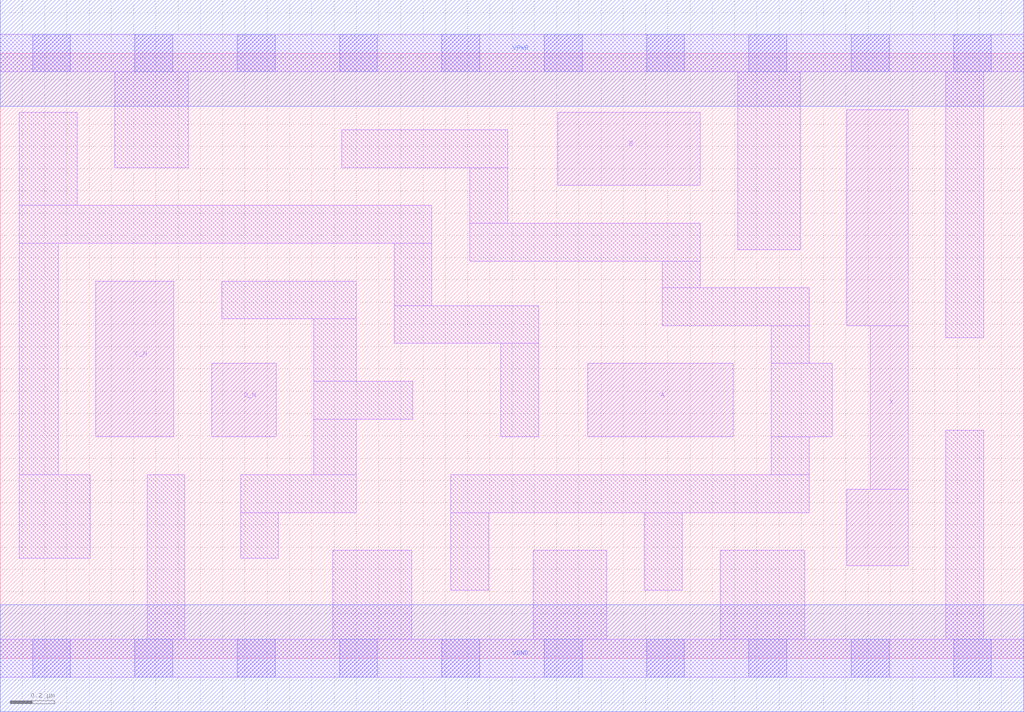
<source format=lef>
# Copyright 2020 The SkyWater PDK Authors
#
# Licensed under the Apache License, Version 2.0 (the "License");
# you may not use this file except in compliance with the License.
# You may obtain a copy of the License at
#
#     https://www.apache.org/licenses/LICENSE-2.0
#
# Unless required by applicable law or agreed to in writing, software
# distributed under the License is distributed on an "AS IS" BASIS,
# WITHOUT WARRANTIES OR CONDITIONS OF ANY KIND, either express or implied.
# See the License for the specific language governing permissions and
# limitations under the License.
#
# SPDX-License-Identifier: Apache-2.0

VERSION 5.7 ;
  NAMESCASESENSITIVE ON ;
  NOWIREEXTENSIONATPIN ON ;
  DIVIDERCHAR "/" ;
  BUSBITCHARS "[]" ;
UNITS
  DATABASE MICRONS 200 ;
END UNITS
MACRO sky130_fd_sc_hd__or4bb_2
  CLASS CORE ;
  FOREIGN sky130_fd_sc_hd__or4bb_2 ;
  ORIGIN  0.000000  0.000000 ;
  SIZE  4.600000 BY  2.720000 ;
  SYMMETRY X Y R90 ;
  SITE unithd ;
  PIN A
    ANTENNAGATEAREA  0.126000 ;
    DIRECTION INPUT ;
    USE SIGNAL ;
    PORT
      LAYER li1 ;
        RECT 2.640000 0.995000 3.295000 1.325000 ;
    END
  END A
  PIN B
    ANTENNAGATEAREA  0.126000 ;
    DIRECTION INPUT ;
    USE SIGNAL ;
    PORT
      LAYER li1 ;
        RECT 2.505000 2.125000 3.145000 2.455000 ;
    END
  END B
  PIN C_N
    ANTENNAGATEAREA  0.126000 ;
    DIRECTION INPUT ;
    USE SIGNAL ;
    PORT
      LAYER li1 ;
        RECT 0.430000 0.995000 0.780000 1.695000 ;
    END
  END C_N
  PIN D_N
    ANTENNAGATEAREA  0.126000 ;
    DIRECTION INPUT ;
    USE SIGNAL ;
    PORT
      LAYER li1 ;
        RECT 0.950000 0.995000 1.240000 1.325000 ;
    END
  END D_N
  PIN X
    ANTENNADIFFAREA  0.445500 ;
    DIRECTION OUTPUT ;
    USE SIGNAL ;
    PORT
      LAYER li1 ;
        RECT 3.805000 0.415000 4.080000 0.760000 ;
        RECT 3.805000 1.495000 4.080000 2.465000 ;
        RECT 3.910000 0.760000 4.080000 1.495000 ;
    END
  END X
  PIN VGND
    DIRECTION INOUT ;
    SHAPE ABUTMENT ;
    USE GROUND ;
    PORT
      LAYER met1 ;
        RECT 0.000000 -0.240000 4.600000 0.240000 ;
    END
  END VGND
  PIN VPWR
    DIRECTION INOUT ;
    SHAPE ABUTMENT ;
    USE POWER ;
    PORT
      LAYER met1 ;
        RECT 0.000000 2.480000 4.600000 2.960000 ;
    END
  END VPWR
  OBS
    LAYER li1 ;
      RECT 0.000000 -0.085000 4.600000 0.085000 ;
      RECT 0.000000  2.635000 4.600000 2.805000 ;
      RECT 0.085000  0.450000 0.405000 0.825000 ;
      RECT 0.085000  0.825000 0.260000 1.865000 ;
      RECT 0.085000  1.865000 1.940000 2.035000 ;
      RECT 0.085000  2.035000 0.345000 2.455000 ;
      RECT 0.515000  2.205000 0.845000 2.635000 ;
      RECT 0.660000  0.085000 0.830000 0.825000 ;
      RECT 0.995000  1.525000 1.600000 1.695000 ;
      RECT 1.080000  0.450000 1.250000 0.655000 ;
      RECT 1.080000  0.655000 1.600000 0.825000 ;
      RECT 1.410000  0.825000 1.600000 1.075000 ;
      RECT 1.410000  1.075000 1.855000 1.245000 ;
      RECT 1.410000  1.245000 1.600000 1.525000 ;
      RECT 1.495000  0.085000 1.850000 0.485000 ;
      RECT 1.535000  2.205000 2.280000 2.375000 ;
      RECT 1.770000  1.415000 2.420000 1.585000 ;
      RECT 1.770000  1.585000 1.940000 1.865000 ;
      RECT 2.025000  0.305000 2.195000 0.655000 ;
      RECT 2.025000  0.655000 3.635000 0.825000 ;
      RECT 2.110000  1.785000 3.145000 1.955000 ;
      RECT 2.110000  1.955000 2.280000 2.205000 ;
      RECT 2.250000  0.995000 2.420000 1.415000 ;
      RECT 2.395000  0.085000 2.725000 0.485000 ;
      RECT 2.895000  0.305000 3.065000 0.655000 ;
      RECT 2.975000  1.495000 3.635000 1.665000 ;
      RECT 2.975000  1.665000 3.145000 1.785000 ;
      RECT 3.235000  0.085000 3.615000 0.485000 ;
      RECT 3.315000  1.835000 3.595000 2.635000 ;
      RECT 3.465000  0.825000 3.635000 0.995000 ;
      RECT 3.465000  0.995000 3.740000 1.325000 ;
      RECT 3.465000  1.325000 3.635000 1.495000 ;
      RECT 4.250000  0.085000 4.420000 1.025000 ;
      RECT 4.250000  1.440000 4.420000 2.635000 ;
    LAYER mcon ;
      RECT 0.145000 -0.085000 0.315000 0.085000 ;
      RECT 0.145000  2.635000 0.315000 2.805000 ;
      RECT 0.605000 -0.085000 0.775000 0.085000 ;
      RECT 0.605000  2.635000 0.775000 2.805000 ;
      RECT 1.065000 -0.085000 1.235000 0.085000 ;
      RECT 1.065000  2.635000 1.235000 2.805000 ;
      RECT 1.525000 -0.085000 1.695000 0.085000 ;
      RECT 1.525000  2.635000 1.695000 2.805000 ;
      RECT 1.985000 -0.085000 2.155000 0.085000 ;
      RECT 1.985000  2.635000 2.155000 2.805000 ;
      RECT 2.445000 -0.085000 2.615000 0.085000 ;
      RECT 2.445000  2.635000 2.615000 2.805000 ;
      RECT 2.905000 -0.085000 3.075000 0.085000 ;
      RECT 2.905000  2.635000 3.075000 2.805000 ;
      RECT 3.365000 -0.085000 3.535000 0.085000 ;
      RECT 3.365000  2.635000 3.535000 2.805000 ;
      RECT 3.825000 -0.085000 3.995000 0.085000 ;
      RECT 3.825000  2.635000 3.995000 2.805000 ;
      RECT 4.285000 -0.085000 4.455000 0.085000 ;
      RECT 4.285000  2.635000 4.455000 2.805000 ;
  END
END sky130_fd_sc_hd__or4bb_2
END LIBRARY

</source>
